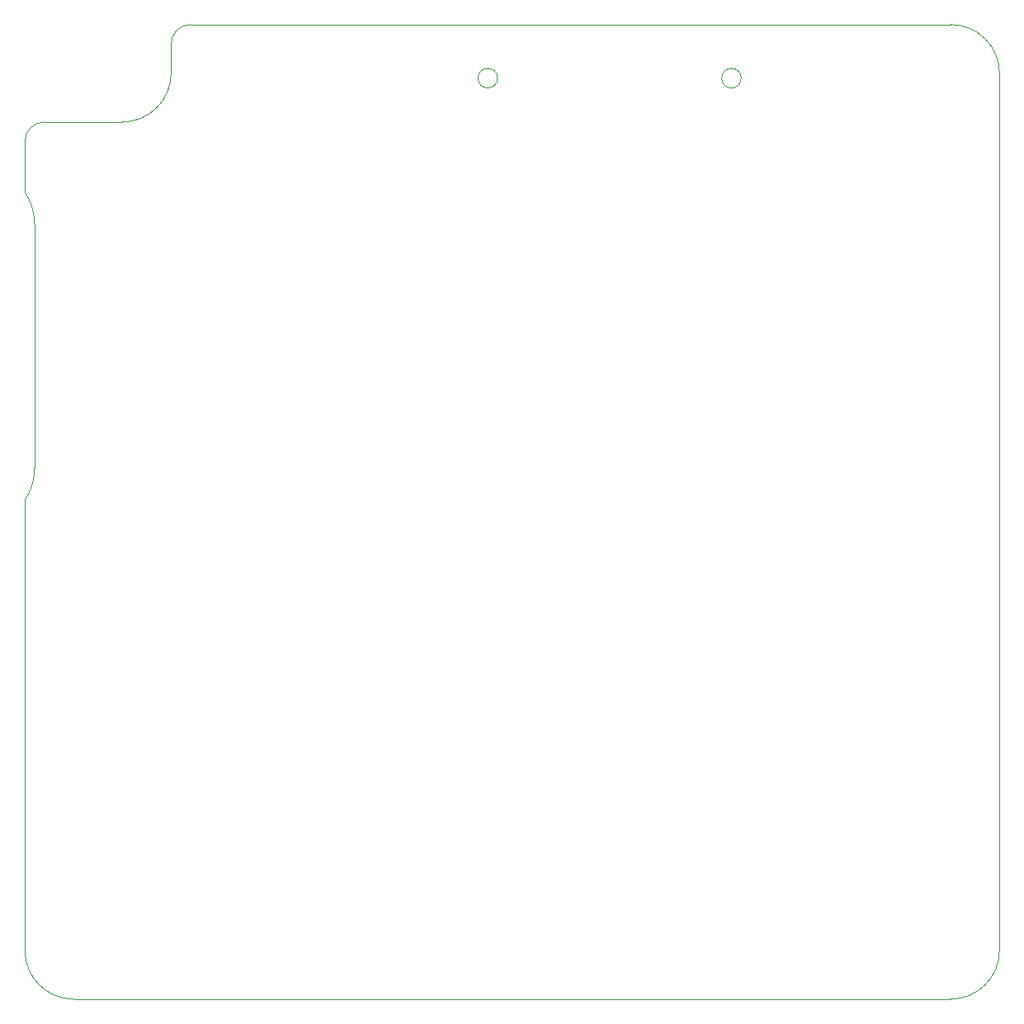
<source format=gbr>
%TF.GenerationSoftware,KiCad,Pcbnew,(7.0.0)*%
%TF.CreationDate,2023-06-27T20:49:37+12:00*%
%TF.ProjectId,VehicleJunctionBoxMotherboard_PCB,56656869-636c-4654-9a75-6e6374696f6e,V1.0*%
%TF.SameCoordinates,Original*%
%TF.FileFunction,Profile,NP*%
%FSLAX46Y46*%
G04 Gerber Fmt 4.6, Leading zero omitted, Abs format (unit mm)*
G04 Created by KiCad (PCBNEW (7.0.0)) date 2023-06-27 20:49:37*
%MOMM*%
%LPD*%
G01*
G04 APERTURE LIST*
%TA.AperFunction,Profile*%
%ADD10C,0.100000*%
%TD*%
G04 APERTURE END LIST*
D10*
X125000000Y-30000000D02*
X125000000Y-120000000D01*
X35000000Y-35000000D02*
X27000000Y-35000000D01*
X120000000Y-125000000D02*
G75*
G03*
X125000000Y-120000000I0J5000000D01*
G01*
X42000000Y-25000000D02*
X120000000Y-25000000D01*
X125000000Y-30000000D02*
G75*
G03*
X120000000Y-25000000I-5000000J0D01*
G01*
X25999999Y-45500000D02*
G75*
G03*
X25007656Y-42194947I-5999999J0D01*
G01*
X42000000Y-25000000D02*
G75*
G03*
X40000000Y-27000000I0J-2000000D01*
G01*
X35000000Y-35000000D02*
G75*
G03*
X40000000Y-30000000I0J5000000D01*
G01*
X73500000Y-30500000D02*
G75*
G03*
X73500000Y-30500000I-1000000J0D01*
G01*
X120000000Y-125000000D02*
X30000000Y-125000000D01*
X25007656Y-42194947D02*
X25000000Y-37000000D01*
X26000000Y-70500000D02*
X26000000Y-45500000D01*
X25000000Y-120000000D02*
G75*
G03*
X30000000Y-125000000I5000000J0D01*
G01*
X25007656Y-73805053D02*
G75*
G03*
X26000000Y-70500000I-5007656J3305053D01*
G01*
X27000000Y-35000000D02*
G75*
G03*
X25000000Y-37000000I0J-2000000D01*
G01*
X98500000Y-30500000D02*
G75*
G03*
X98500000Y-30500000I-1000000J0D01*
G01*
X25000000Y-120000000D02*
X25007656Y-73805053D01*
X40000000Y-30000000D02*
X40000000Y-27000000D01*
M02*

</source>
